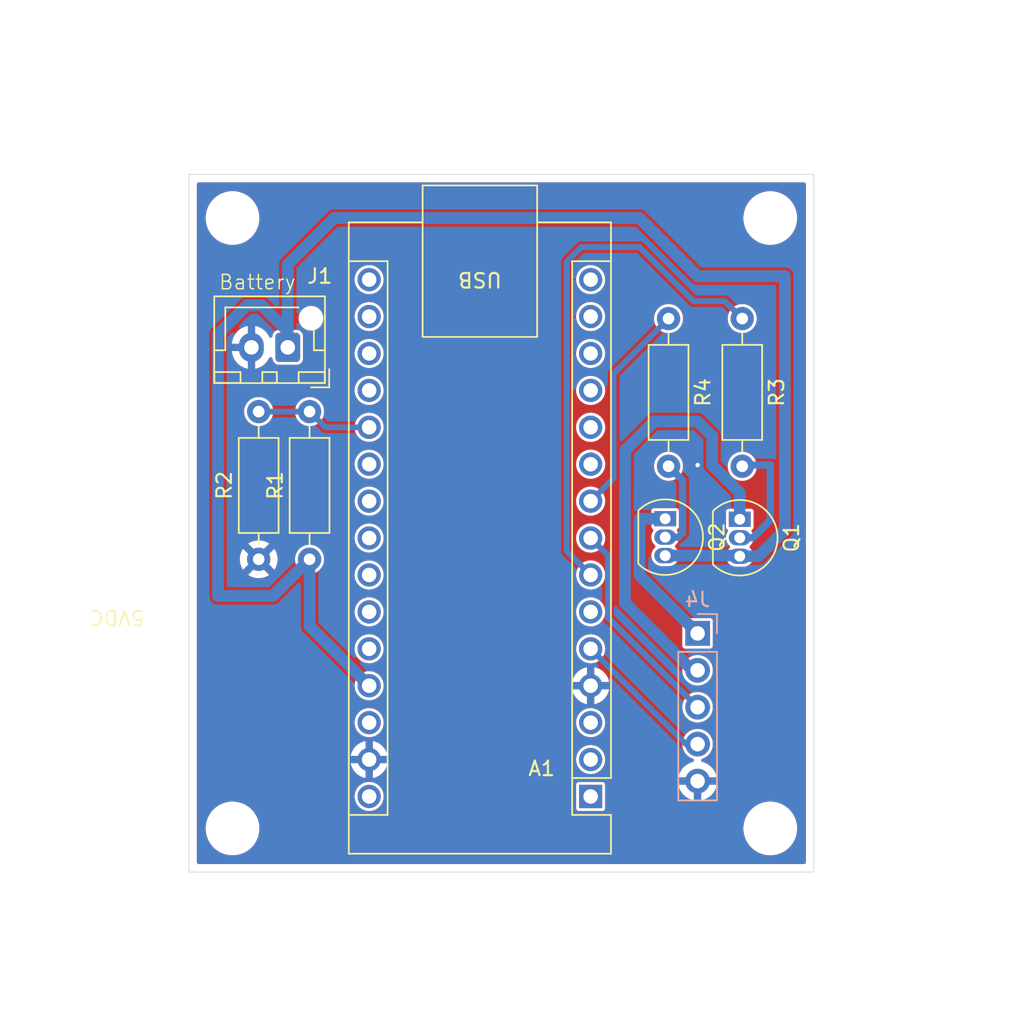
<source format=kicad_pcb>
(kicad_pcb (version 20240108) (generator "pcbnew") (generator_version "8.0")
  (layers (0 "F.Cu" signal) (31 "B.Cu" signal) (34 "B.Paste" user) (35 "F.Paste" user) (36 "B.SilkS" user "B.Silkscreen") (37 "F.SilkS" user "F.Silkscreen") (38 "B.Mask" user) (39 "F.Mask" user) (44 "Edge.Cuts" user))
  (net 0 "")
  (net 1 "+BATT")
  (net 3 "-BATT")
  (net 11 "/CHARGING_LED_PIN")
  (net 17 "/BAT_PIN")
  (net 19 "/HIGH_LED_PIN")
  (net 23 "/BUTTON_PIN")
  (net 25 "/LOW_LED_PIN")
  (net 30 "/HIGH_LED_OUT+")
  (net 31 "/LOW_LED_OUT")
  (net 32 "Net-(Q1-B)")
  (net 33 "Net-(Q2-B)")
  (footprint "Resistor_THT:R_Axial_DIN0207_L6.3mm_D2.5mm_P10.16mm_Horizontal" (layer "F.Cu") (at 149.745 84.875 90)
    (property "Reference" "R1" (at 5.08 -2.37 90) (layer "F.SilkS"))
    (property "Value" "50k")
    (fp_line (start 8.35 -1.37) (end 1.81 -1.37) (stroke (width 0.12)) (layer "F.SilkS"))
    (fp_line (start 1.81 -1.37) (end 1.81 1.37) (stroke (width 0.12)) (layer "F.SilkS"))
    (fp_line (start 9.12 0) (end 8.35 0) (stroke (width 0.12)) (layer "F.SilkS"))
    (fp_line (start 1.04 0) (end 1.81 0) (stroke (width 0.12)) (layer "F.SilkS"))
    (fp_line (start 8.35 1.37) (end 8.35 -1.37) (stroke (width 0.12)) (layer "F.SilkS"))
    (fp_line (start 1.81 1.37) (end 8.35 1.37) (stroke (width 0.12)) (layer "F.SilkS"))
    (pad "1" thru_hole circle (at 0 0 90) (size 1.6 1.6) (drill 0.8) (layers "*.Cu" "*.Mask") (net 1 "+BATT"))
    (pad "2" thru_hole oval (at 10.16 0 90) (size 1.6 1.6) (drill 0.8) (layers "*.Cu" "*.Mask") (net 17 "/BAT_PIN"))
  )
  (footprint "Resistor_THT:R_Axial_DIN0207_L6.3mm_D2.5mm_P10.16mm_Horizontal" (layer "F.Cu") (at 146.245 84.875 90)
    (property "Reference" "R2" (at 5.08 -2.37 90) (layer "F.SilkS"))
    (property "Value" "10k")
    (fp_line (start 8.35 -1.37) (end 1.81 -1.37) (stroke (width 0.12)) (layer "F.SilkS"))
    (fp_line (start 1.81 -1.37) (end 1.81 1.37) (stroke (width 0.12)) (layer "F.SilkS"))
    (fp_line (start 9.12 0) (end 8.35 0) (stroke (width 0.12)) (layer "F.SilkS"))
    (fp_line (start 1.04 0) (end 1.81 0) (stroke (width 0.12)) (layer "F.SilkS"))
    (fp_line (start 8.35 1.37) (end 8.35 -1.37) (stroke (width 0.12)) (layer "F.SilkS"))
    (fp_line (start 1.81 1.37) (end 8.35 1.37) (stroke (width 0.12)) (layer "F.SilkS"))
    (pad "1" thru_hole circle (at 0 0 90) (size 1.6 1.6) (drill 0.8) (layers "*.Cu" "*.Mask") (net 3 "-BATT"))
    (pad "2" thru_hole oval (at 10.16 0 90) (size 1.6 1.6) (drill 0.8) (layers "*.Cu" "*.Mask") (net 17 "/BAT_PIN"))
  )
  (footprint "MountingHole:MountingHole_3.2mm_M3_ISO14580" (layer "F.Cu") (at 181.445 61.395 90)
    (property "Reference" "REF**" (hide yes))
    (property "Value" "MountingHole_3.2mm_M3_ISO14580")
    (pad "" np_thru_hole circle (at 0 0 90) (size 3.2 3.2) (drill 3.2) (layers "*.Cu" "*.Mask"))
  )
  (footprint "Module:Arduino_Nano" (layer "F.Cu") (at 169.085 101.195 180)
    (property "Reference" "A1" (at 3.37 1.92 0) (layer "F.SilkS"))
    (property "Value" "Arduino_Nano_v3.x")
    (fp_line (start 16.64 39.5) (end 16.64 -3.94) (stroke (width 0.12)) (layer "F.SilkS"))
    (fp_line (start 16.64 39.5) (end 11.56 39.5) (stroke (width 0.12)) (layer "F.SilkS"))
    (fp_line (start 16.64 -3.94) (end -1.4 -3.94) (stroke (width 0.12)) (layer "F.SilkS"))
    (fp_line (start 13.97 36.83) (end 16.64 36.83) (stroke (width 0.12)) (layer "F.SilkS"))
    (fp_line (start 13.97 -1.27) (end 16.64 -1.27) (stroke (width 0.12)) (layer "F.SilkS"))
    (fp_line (start 13.97 -1.27) (end 13.97 36.83) (stroke (width 0.12)) (layer "F.SilkS"))
    (fp_line (start 11.56 42.04) (end 3.68 42.04) (stroke (width 0.12)) (layer "F.SilkS"))
    (fp_line (start 11.56 31.62) (end 11.56 42.04) (stroke (width 0.12)) (layer "F.SilkS"))
    (fp_line (start 3.68 42.04) (end 3.68 31.62) (stroke (width 0.12)) (layer "F.SilkS"))
    (fp_line (start 3.68 31.62) (end 11.56 31.62) (stroke (width 0.12)) (layer "F.SilkS"))
    (fp_line (start 1.27 36.83) (end -1.4 36.83) (stroke (width 0.12)) (layer "F.SilkS"))
    (fp_line (start 1.27 1.27) (end 1.27 36.83) (stroke (width 0.12)) (layer "F.SilkS"))
    (fp_line (start 1.27 1.27) (end 1.27 -1.27) (stroke (width 0.12)) (layer "F.SilkS"))
    (fp_line (start 1.27 1.27) (end -1.4 1.27) (stroke (width 0.12)) (layer "F.SilkS"))
    (fp_line (start 1.27 -1.27) (end -1.4 -1.27) (stroke (width 0.12)) (layer "F.SilkS"))
    (fp_line (start -1.4 39.5) (end 3.68 39.5) (stroke (width 0.12)) (layer "F.SilkS"))
    (fp_line (start -1.4 1.27) (end -1.4 39.5) (stroke (width 0.12)) (layer "F.SilkS"))
    (fp_line (start -1.4 -3.94) (end -1.4 -1.27) (stroke (width 0.12)) (layer "F.SilkS"))
    (fp_text user "USB" (at 7.62 35.56 180) (layer "F.SilkS"))
    (pad "1" thru_hole rect (at 0 0 180) (size 1.6 1.6) (drill 1) (layers "*.Cu" "*.Mask"))
    (pad "2" thru_hole oval (at 0 2.54 180) (size 1.6 1.6) (drill 1) (layers "*.Cu" "*.Mask"))
    (pad "3" thru_hole oval (at 0 5.08 180) (size 1.6 1.6) (drill 1) (layers "*.Cu" "*.Mask"))
    (pad "4" thru_hole oval (at 0 7.62 180) (size 1.6 1.6) (drill 1) (layers "*.Cu" "*.Mask") (net 3 "-BATT"))
    (pad "5" thru_hole oval (at 0 10.16 180) (size 1.6 1.6) (drill 1) (layers "*.Cu" "*.Mask") (net 23 "/BUTTON_PIN"))
    (pad "6" thru_hole oval (at 0 12.7 180) (size 1.6 1.6) (drill 1) (layers "*.Cu" "*.Mask"))
    (pad "7" thru_hole oval (at 0 15.24 180) (size 1.6 1.6) (drill 1) (layers "*.Cu" "*.Mask") (net 25 "/LOW_LED_PIN"))
    (pad "8" thru_hole oval (at 0 17.78 180) (size 1.6 1.6) (drill 1) (layers "*.Cu" "*.Mask") (net 11 "/CHARGING_LED_PIN"))
    (pad "9" thru_hole oval (at 0 20.32 180) (size 1.6 1.6) (drill 1) (layers "*.Cu" "*.Mask") (net 19 "/HIGH_LED_PIN"))
    (pad "10" thru_hole oval (at 0 22.86 180) (size 1.6 1.6) (drill 1) (layers "*.Cu" "*.Mask"))
    (pad "11" thru_hole oval (at 0 25.4 180) (size 1.6 1.6) (drill 1) (layers "*.Cu" "*.Mask"))
    (pad "12" thru_hole oval (at 0 27.94 180) (size 1.6 1.6) (drill 1) (layers "*.Cu" "*.Mask"))
    (pad "13" thru_hole oval (at 0 30.48 180) (size 1.6 1.6) (drill 1) (layers "*.Cu" "*.Mask"))
    (pad "14" thru_hole oval (at 0 33.02 180) (size 1.6 1.6) (drill 1) (layers "*.Cu" "*.Mask"))
    (pad "15" thru_hole oval (at 0 35.56 180) (size 1.6 1.6) (drill 1) (layers "*.Cu" "*.Mask"))
    (pad "16" thru_hole oval (at 15.24 35.56 180) (size 1.6 1.6) (drill 1) (layers "*.Cu" "*.Mask"))
    (pad "17" thru_hole oval (at 15.24 33.02 180) (size 1.6 1.6) (drill 1) (layers "*.Cu" "*.Mask"))
    (pad "18" thru_hole oval (at 15.24 30.48 180) (size 1.6 1.6) (drill 1) (layers "*.Cu" "*.Mask"))
    (pad "19" thru_hole oval (at 15.24 27.94 180) (size 1.6 1.6) (drill 1) (layers "*.Cu" "*.Mask"))
    (pad "20" thru_hole oval (at 15.24 25.4 180) (size 1.6 1.6) (drill 1) (layers "*.Cu" "*.Mask") (net 17 "/BAT_PIN"))
    (pad "21" thru_hole oval (at 15.24 22.86 180) (size 1.6 1.6) (drill 1) (layers "*.Cu" "*.Mask"))
    (pad "22" thru_hole oval (at 15.24 20.32 180) (size 1.6 1.6) (drill 1) (layers "*.Cu" "*.Mask"))
    (pad "23" thru_hole oval (at 15.24 17.78 180) (size 1.6 1.6) (drill 1) (layers "*.Cu" "*.Mask"))
    (pad "24" thru_hole oval (at 15.24 15.24 180) (size 1.6 1.6) (drill 1) (layers "*.Cu" "*.Mask"))
    (pad "25" thru_hole oval (at 15.24 12.7 180) (size 1.6 1.6) (drill 1) (layers "*.Cu" "*.Mask"))
    (pad "26" thru_hole oval (at 15.24 10.16 180) (size 1.6 1.6) (drill 1) (layers "*.Cu" "*.Mask"))
    (pad "27" thru_hole oval (at 15.24 7.62 180) (size 1.6 1.6) (drill 1) (layers "*.Cu" "*.Mask") (net 1 "+BATT"))
    (pad "28" thru_hole oval (at 15.24 5.08 180) (size 1.6 1.6) (drill 1) (layers "*.Cu" "*.Mask"))
    (pad "29" thru_hole oval (at 15.24 2.54 180) (size 1.6 1.6) (drill 1) (layers "*.Cu" "*.Mask") (net 3 "-BATT"))
    (pad "30" thru_hole oval (at 15.24 0 180) (size 1.6 1.6) (drill 1) (layers "*.Cu" "*.Mask"))
  )
  (footprint "MountingHole:MountingHole_3.2mm_M3_ISO14580" (layer "F.Cu") (at 144.445 61.395 90)
    (property "Reference" "REF**" (hide yes))
    (property "Value" "MountingHole_3.2mm_M3_ISO14580")
    (pad "" np_thru_hole circle (at 0 0 90) (size 3.2 3.2) (drill 3.2) (layers "*.Cu" "*.Mask"))
  )
  (footprint "Resistor_THT:R_Axial_DIN0207_L6.3mm_D2.5mm_P10.16mm_Horizontal" (layer "F.Cu") (at 174.445 68.315 -90)
    (property "Reference" "R4" (at 5.08 -2.37 90) (layer "F.SilkS"))
    (property "Value" "10k")
    (fp_line (start 1.81 1.37) (end 8.35 1.37) (stroke (width 0.12)) (layer "F.SilkS"))
    (fp_line (start 8.35 1.37) (end 8.35 -1.37) (stroke (width 0.12)) (layer "F.SilkS"))
    (fp_line (start 1.04 0) (end 1.81 0) (stroke (width 0.12)) (layer "F.SilkS"))
    (fp_line (start 9.12 0) (end 8.35 0) (stroke (width 0.12)) (layer "F.SilkS"))
    (fp_line (start 1.81 -1.37) (end 1.81 1.37) (stroke (width 0.12)) (layer "F.SilkS"))
    (fp_line (start 8.35 -1.37) (end 1.81 -1.37) (stroke (width 0.12)) (layer "F.SilkS"))
    (pad "1" thru_hole circle (at 0 0 270) (size 1.6 1.6) (drill 0.8) (layers "*.Cu" "*.Mask") (net 19 "/HIGH_LED_PIN"))
    (pad "2" thru_hole oval (at 10.16 0 270) (size 1.6 1.6) (drill 0.8) (layers "*.Cu" "*.Mask") (net 33 "Net-(Q2-B)"))
  )
  (footprint "Connector_JST:JST_XH_B2B-XH-AM_1x02_P2.50mm_Vertical" (layer "F.Cu") (at 148.245 70.295 180)
    (property "Reference" "J1" (at -2.2 4.9 0) (layer "F.SilkS"))
    (property "Value" "Conn_01x02")
    (fp_line (start 5.06 3.51) (end 5.06 -2.46) (stroke (width 0.12)) (layer "F.SilkS"))
    (fp_line (start 5.06 -2.46) (end -2.56 -2.46) (stroke (width 0.12)) (layer "F.SilkS"))
    (fp_line (start 5.05 -0.2) (end 4.3 -0.2) (stroke (width 0.12)) (layer "F.SilkS"))
    (fp_line (start 5.05 -1.7) (end 5.05 -2.45) (stroke (width 0.12)) (layer "F.SilkS"))
    (fp_line (start 5.05 -2.45) (end 3.25 -2.45) (stroke (width 0.12)) (layer "F.SilkS"))
    (fp_line (start 4.3 2.75) (end 1.25 2.75) (stroke (width 0.12)) (layer "F.SilkS"))
    (fp_line (start 4.3 -0.2) (end 4.3 2.75) (stroke (width 0.12)) (layer "F.SilkS"))
    (fp_line (start 3.25 -1.7) (end 5.05 -1.7) (stroke (width 0.12)) (layer "F.SilkS"))
    (fp_line (start 3.25 -2.45) (end 3.25 -1.7) (stroke (width 0.12)) (layer "F.SilkS"))
    (fp_line (start 1.75 -1.7) (end 1.75 -2.45) (stroke (width 0.12)) (layer "F.SilkS"))
    (fp_line (start 1.75 -2.45) (end 0.75 -2.45) (stroke (width 0.12)) (layer "F.SilkS"))
    (fp_line (start 1.25 2.75) (end -0.74 2.75) (stroke (width 0.12)) (layer "F.SilkS"))
    (fp_line (start 0.75 -1.7) (end 1.75 -1.7) (stroke (width 0.12)) (layer "F.SilkS"))
    (fp_line (start 0.75 -2.45) (end 0.75 -1.7) (stroke (width 0.12)) (layer "F.SilkS"))
    (fp_line (start -0.75 -1.7) (end -0.75 -2.45) (stroke (width 0.12)) (layer "F.SilkS"))
    (fp_line (start -0.75 -2.45) (end -2.55 -2.45) (stroke (width 0.12)) (layer "F.SilkS"))
    (fp_line (start -1.6 -2.75) (end -2.85 -2.75) (stroke (width 0.12)) (layer "F.SilkS"))
    (fp_line (start -1.8 -0.2) (end -1.8 1.14) (stroke (width 0.12)) (layer "F.SilkS"))
    (fp_line (start -2.55 -0.2) (end -1.8 -0.2) (stroke (width 0.12)) (layer "F.SilkS"))
    (fp_line (start -2.55 -1.7) (end -0.75 -1.7) (stroke (width 0.12)) (layer "F.SilkS"))
    (fp_line (start -2.55 -2.45) (end -2.55 -1.7) (stroke (width 0.12)) (layer "F.SilkS"))
    (fp_line (start -2.56 3.51) (end 5.06 3.51) (stroke (width 0.12)) (layer "F.SilkS"))
    (fp_line (start -2.56 -2.46) (end -2.56 3.51) (stroke (width 0.12)) (layer "F.SilkS"))
    (fp_line (start -2.85 -2.75) (end -2.85 -1.5) (stroke (width 0.12)) (layer "F.SilkS"))
    (pad "" np_thru_hole circle (at -1.6 2 180) (size 1.2 1.2) (drill 1.2) (layers "*.Cu" "*.Mask"))
    (pad "1" thru_hole roundrect (at 0 0 180) (size 1.7 2) (drill 1) (layers "*.Cu" "*.Mask") (roundrect_rratio 0.147059) (net 1 "+BATT"))
    (pad "2" thru_hole oval (at 2.5 0 180) (size 1.7 2) (drill 1) (layers "*.Cu" "*.Mask") (net 3 "-BATT"))
  )
  (footprint "MountingHole:MountingHole_3.2mm_M3_ISO14580" (layer "F.Cu") (at 144.445 103.395 90)
    (property "Reference" "REF**" (hide yes))
    (property "Value" "MountingHole_3.2mm_M3_ISO14580")
    (pad "" np_thru_hole circle (at 0 0 90) (size 3.2 3.2) (drill 3.2) (layers "*.Cu" "*.Mask"))
  )
  (footprint "Package_TO_SOT_THT:TO-92_Inline" (layer "F.Cu") (at 174.215 82.085 -90)
    (property "Reference" "Q2" (at 1.27 -3.56 90) (layer "F.SilkS"))
    (property "Value" "2N3904")
    (fp_line (start -0.53 1.85) (end 3.07 1.85) (stroke (width 0.12)) (layer "F.SilkS"))
    (fp_arc (start -0.568478 1.838478) (mid -1.132087 -0.994977) (end 1.27 -2.6) (stroke (width 0.12)) (layer "F.SilkS"))
    (fp_arc (start 1.27 -2.6) (mid 3.672087 -0.994977) (end 3.108478 1.838478) (stroke (width 0.12)) (layer "F.SilkS"))
    (pad "1" thru_hole rect (at 0 0 270) (size 1.05 1.5) (drill 0.75) (layers "*.Cu" "*.Mask") (net 31 "/LOW_LED_OUT"))
    (pad "2" thru_hole oval (at 1.27 0 270) (size 1.05 1.5) (drill 0.75) (layers "*.Cu" "*.Mask") (net 33 "Net-(Q2-B)"))
    (pad "3" thru_hole oval (at 2.54 0 270) (size 1.05 1.5) (drill 0.75) (layers "*.Cu" "*.Mask") (net 1 "+BATT"))
  )
  (footprint "Resistor_THT:R_Axial_DIN0207_L6.3mm_D2.5mm_P10.16mm_Horizontal" (layer "F.Cu") (at 179.515 68.315 -90)
    (property "Reference" "R3" (at 5.08 -2.37 90) (layer "F.SilkS"))
    (property "Value" "10k")
    (fp_line (start 1.81 1.37) (end 8.35 1.37) (stroke (width 0.12)) (layer "F.SilkS"))
    (fp_line (start 8.35 1.37) (end 8.35 -1.37) (stroke (width 0.12)) (layer "F.SilkS"))
    (fp_line (start 1.04 0) (end 1.81 0) (stroke (width 0.12)) (layer "F.SilkS"))
    (fp_line (start 9.12 0) (end 8.35 0) (stroke (width 0.12)) (layer "F.SilkS"))
    (fp_line (start 1.81 -1.37) (end 1.81 1.37) (stroke (width 0.12)) (layer "F.SilkS"))
    (fp_line (start 8.35 -1.37) (end 1.81 -1.37) (stroke (width 0.12)) (layer "F.SilkS"))
    (pad "1" thru_hole circle (at 0 0 270) (size 1.6 1.6) (drill 0.8) (layers "*.Cu" "*.Mask") (net 25 "/LOW_LED_PIN"))
    (pad "2" thru_hole oval (at 10.16 0 270) (size 1.6 1.6) (drill 0.8) (layers "*.Cu" "*.Mask") (net 32 "Net-(Q1-B)"))
  )
  (footprint "Package_TO_SOT_THT:TO-92_Inline" (layer "F.Cu") (at 179.345 82.125 -90)
    (property "Reference" "Q1" (at 1.27 -3.56 90) (layer "F.SilkS"))
    (property "Value" "2N3904")
    (fp_line (start -0.53 1.85) (end 3.07 1.85) (stroke (width 0.12)) (layer "F.SilkS"))
    (fp_arc (start -0.568478 1.838478) (mid -1.132087 -0.994977) (end 1.27 -2.6) (stroke (width 0.12)) (layer "F.SilkS"))
    (fp_arc (start 1.27 -2.6) (mid 3.672087 -0.994977) (end 3.108478 1.838478) (stroke (width 0.12)) (layer "F.SilkS"))
    (pad "1" thru_hole rect (at 0 0 270) (size 1.05 1.5) (drill 0.75) (layers "*.Cu" "*.Mask") (net 30 "/HIGH_LED_OUT+"))
    (pad "2" thru_hole oval (at 1.27 0 270) (size 1.05 1.5) (drill 0.75) (layers "*.Cu" "*.Mask") (net 32 "Net-(Q1-B)"))
    (pad "3" thru_hole oval (at 2.54 0 270) (size 1.05 1.5) (drill 0.75) (layers "*.Cu" "*.Mask") (net 1 "+BATT"))
  )
  (footprint "MountingHole:MountingHole_3.2mm_M3_ISO14580" (layer "F.Cu") (at 181.445 103.395 90)
    (property "Reference" "REF**" (hide yes))
    (property "Value" "MountingHole_3.2mm_M3_ISO14580")
    (pad "" np_thru_hole circle (at 0 0 90) (size 3.2 3.2) (drill 3.2) (layers "*.Cu" "*.Mask"))
  )
  (footprint "Connector_PinHeader_2.54mm:PinHeader_1x05_P2.54mm_Vertical" (layer "B.Cu") (at 176.445 89.975 180)
    (property "Reference" "J4" (at 0 2.33 0) (layer "B.SilkS") (effects (justify mirror)))
    (property "Value" "Conn_01x05_Pin")
    (fp_line (start 1.33 -1.27) (end -1.33 -1.27) (stroke (width 0.12)) (layer "B.SilkS"))
    (fp_line (start 1.33 -11.49) (end 1.33 -1.27) (stroke (width 0.12)) (layer "B.SilkS"))
    (fp_line (start 1.33 -11.49) (end -1.33 -11.49) (stroke (width 0.12)) (layer "B.SilkS"))
    (fp_line (start 0 1.33) (end -1.33 1.33) (stroke (width 0.12)) (layer "B.SilkS"))
    (fp_line (start -1.33 1.33) (end -1.33 0) (stroke (width 0.12)) (layer "B.SilkS"))
    (fp_line (start -1.33 -11.49) (end -1.33 -1.27) (stroke (width 0.12)) (layer "B.SilkS"))
    (pad "1" thru_hole rect (at 0 0 180) (size 1.7 1.7) (drill 1) (layers "*.Cu" "*.Mask") (net 31 "/LOW_LED_OUT"))
    (pad "2" thru_hole oval (at 0 -2.54 180) (size 1.7 1.7) (drill 1) (layers "*.Cu" "*.Mask") (net 30 "/HIGH_LED_OUT+"))
    (pad "3" thru_hole oval (at 0 -5.08 180) (size 1.7 1.7) (drill 1) (layers "*.Cu" "*.Mask") (net 11 "/CHARGING_LED_PIN"))
    (pad "4" thru_hole oval (at 0 -7.62 180) (size 1.7 1.7) (drill 1) (layers "*.Cu" "*.Mask") (net 23 "/BUTTON_PIN"))
    (pad "5" thru_hole oval (at 0 -10.16 180) (size 1.7 1.7) (drill 1) (layers "*.Cu" "*.Mask") (net 3 "-BATT"))
  )
  (gr_rect (start 141.445 58.395) (end 184.445 106.395) (stroke (width 0.05)) (fill none) (layer "Edge.Cuts"))
  (gr_text "Battery" (at 143.445 66.395 0) (layer "F.SilkS") (effects (font (size 1 1) (thickness 0.1)) (justify left bottom)))
  (gr_text "5VDC\n" (at 138.46 88.295 180) (layer "F.SilkS") (effects (font (size 1 1) (thickness 0.1)) (justify left bottom)))
  (segment (start 148.245 70.295) (end 148.245 69.195) (width 0.8) (layer "B.Cu") (net 1))
  (segment (start 149.745 89.475) (end 153.845 93.575) (width 0.8) (layer "B.Cu") (net 1))
  (segment (start 180.645 84.665) (end 182.445 82.865) (width 0.8) (layer "B.Cu") (net 1))
  (segment (start 182.445 82.865) (end 182.445 65.395) (width 0.8) (layer "B.Cu") (net 1))
  (segment (start 179.345 84.665) (end 180.645 84.665) (width 0.8) (layer "B.Cu") (net 1))
  (segment (start 151.445 61.395) (end 148.245 64.595) (width 0.8) (layer "B.Cu") (net 1))
  (segment (start 145.445 67.395) (end 143.445 69.395) (width 0.8) (layer "B.Cu") (net 1))
  (segment (start 143.445 69.395) (end 143.445 87.395) (width 0.8) (layer "B.Cu") (net 1))
  (segment (start 182.445 65.395) (end 176.445 65.395) (width 0.8) (layer "B.Cu") (net 1))
  (segment (start 147.225 87.395) (end 149.745 84.875) (width 0.8) (layer "B.Cu") (net 1))
  (segment (start 172.445 61.395) (end 151.445 61.395) (width 0.8) (layer "B.Cu") (net 1))
  (segment (start 174.215 84.625) (end 179.305 84.625) (width 0.8) (layer "B.Cu") (net 1))
  (segment (start 148.245 69.195) (end 146.445 67.395) (width 0.8) (layer "B.Cu") (net 1))
  (segment (start 149.745 84.875) (end 149.745 89.475) (width 0.8) (layer "B.Cu") (net 1))
  (segment (start 148.245 64.595) (end 148.245 70.295) (width 0.8) (layer "B.Cu") (net 1))
  (segment (start 179.305 84.625) (end 179.345 84.665) (width 0.8) (layer "B.Cu") (net 1))
  (segment (start 143.445 87.395) (end 147.225 87.395) (width 0.8) (layer "B.Cu") (net 1))
  (segment (start 146.445 67.395) (end 145.445 67.395) (width 0.8) (layer "B.Cu") (net 1))
  (segment (start 176.445 65.395) (end 172.445 61.395) (width 0.8) (layer "B.Cu") (net 1))
  (via (at 176.445 78.395) (size 0.6) (drill 0.3) (layers "F.Cu" "B.Cu") (net 3))
  (segment (start 170.285 84.615) (end 170.285 88.895) (width 0.4) (layer "B.Cu") (net 11))
  (segment (start 170.285 88.895) (end 176.445 95.055) (width 0.4) (layer "B.Cu") (net 11))
  (segment (start 169.085 83.415) (end 170.285 84.615) (width 0.4) (layer "B.Cu") (net 11))
  (segment (start 150.825 75.795) (end 149.745 74.715) (width 0.4) (layer "B.Cu") (net 17))
  (segment (start 153.845 75.795) (end 150.825 75.795) (width 0.4) (layer "B.Cu") (net 17))
  (segment (start 146.245 74.715) (end 149.745 74.715) (width 0.4) (layer "B.Cu") (net 17))
  (segment (start 170.665 72.095) (end 174.445 68.315) (width 0.4) (layer "B.Cu") (net 19))
  (segment (start 169.085 80.875) (end 170.665 79.295) (width 0.4) (layer "B.Cu") (net 19))
  (segment (start 170.665 79.295) (end 170.665 72.095) (width 0.4) (layer "B.Cu") (net 19))
  (segment (start 175.645 97.595) (end 176.445 97.595) (width 0.4) (layer "B.Cu") (net 23))
  (segment (start 169.085 91.035) (end 175.645 97.595) (width 0.4) (layer "B.Cu") (net 23))
  (segment (start 168.445 63.395) (end 167.445 64.395) (width 0.4) (layer "B.Cu") (net 25))
  (segment (start 176.165 67.115) (end 172.445 63.395) (width 0.4) (layer "B.Cu") (net 25))
  (segment (start 167.445 64.395) (end 167.445 84.315) (width 0.4) (layer "B.Cu") (net 25))
  (segment (start 167.445 84.315) (end 169.085 85.955) (width 0.4) (layer "B.Cu") (net 25))
  (segment (start 172.445 63.395) (end 168.445 63.395) (width 0.4) (layer "B.Cu") (net 25))
  (segment (start 178.315 67.115) (end 176.165 67.115) (width 0.4) (layer "B.Cu") (net 25))
  (segment (start 179.515 68.315) (end 178.315 67.115) (width 0.4) (layer "B.Cu") (net 25))
  (segment (start 171.465 79.626371) (end 171.445 79.646371) (width 0.8) (layer "B.Cu") (net 30))
  (segment (start 171.465 77.375) (end 171.465 79.626371) (width 0.8) (layer "B.Cu") (net 30))
  (segment (start 173.445 75.395) (end 171.465 77.375) (width 0.8) (layer "B.Cu") (net 30))
  (segment (start 176.085 92.515) (end 176.445 92.515) (width 0.8) (layer "B.Cu") (net 30))
  (segment (start 171.445 79.646371) (end 171.445 87.875) (width 0.8) (layer "B.Cu") (net 30))
  (segment (start 177.445 76.395) (end 176.445 75.395) (width 0.8) (layer "B.Cu") (net 30))
  (segment (start 177.445 78.395) (end 177.445 76.395) (width 0.8) (layer "B.Cu") (net 30))
  (segment (start 179.345 82.125) (end 179.345 80.295) (width 0.8) (layer "B.Cu") (net 30))
  (segment (start 179.345 80.295) (end 177.445 78.395) (width 0.8) (layer "B.Cu") (net 30))
  (segment (start 171.445 87.875) (end 176.085 92.515) (width 0.8) (layer "B.Cu") (net 30))
  (segment (start 176.445 75.395) (end 173.445 75.395) (width 0.8) (layer "B.Cu") (net 30))
  (segment (start 172.445 82.105) (end 172.445 85.975) (width 0.8) (layer "B.Cu") (net 31))
  (segment (start 172.465 82.085) (end 172.445 82.105) (width 0.8) (layer "B.Cu") (net 31))
  (segment (start 174.215 82.085) (end 172.465 82.085) (width 0.8) (layer "B.Cu") (net 31))
  (segment (start 172.445 85.975) (end 176.445 89.975) (width 0.8) (layer "B.Cu") (net 31))
  (segment (start 179.595 78.395) (end 179.515 78.475) (width 0.5) (layer "B.Cu") (net 32))
  (segment (start 181.445 82.2) (end 181.445 78.395) (width 0.5) (layer "B.Cu") (net 32))
  (segment (start 179.345 83.395) (end 180.25 83.395) (width 0.5) (layer "B.Cu") (net 32))
  (segment (start 180.25 83.395) (end 181.445 82.2) (width 0.5) (layer "B.Cu") (net 32))
  (segment (start 181.445 78.395) (end 179.595 78.395) (width 0.5) (layer "B.Cu") (net 32))
  (segment (start 175.415 79.445) (end 174.445 78.475) (width 0.5) (layer "B.Cu") (net 33))
  (segment (start 175.12 83.355) (end 175.415 83.06) (width 0.5) (layer "B.Cu") (net 33))
  (segment (start 174.215 83.355) (end 175.12 83.355) (width 0.5) (layer "B.Cu") (net 33))
  (segment (start 175.415 83.06) (end 175.415 79.445) (width 0.5) (layer "B.Cu") (net 33))
  (zone (net 3) (net_name "-BATT") (layers "F&B.Cu") (connect_pads (clearance 0)) (min_thickness 0.25) (fill yes (thermal_gap 0.5) (thermal_bridge_width 0.5) (island_removal_mode 2) (island_area_min 10))
    (polygon (pts (xy 152.445 46.395) (xy 198.445 48.395) (xy 195.445 111.395) (xy 133.445 114.395) (xy 128.445 47.395)))
  )
)
</source>
